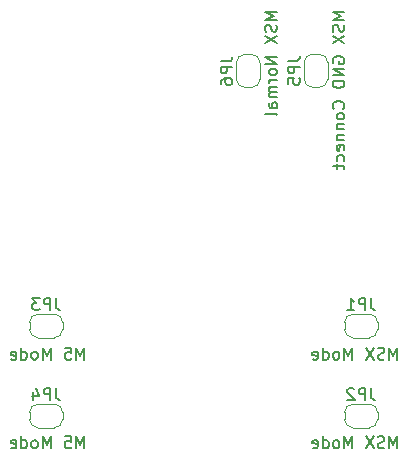
<source format=gbr>
%TF.GenerationSoftware,KiCad,Pcbnew,7.0.10*%
%TF.CreationDate,2024-02-09T22:35:13+09:00*%
%TF.ProjectId,game_pad,67616d65-5f70-4616-942e-6b696361645f,1*%
%TF.SameCoordinates,Original*%
%TF.FileFunction,Legend,Bot*%
%TF.FilePolarity,Positive*%
%FSLAX46Y46*%
G04 Gerber Fmt 4.6, Leading zero omitted, Abs format (unit mm)*
G04 Created by KiCad (PCBNEW 7.0.10) date 2024-02-09 22:35:13*
%MOMM*%
%LPD*%
G01*
G04 APERTURE LIST*
%ADD10C,0.150000*%
%ADD11C,0.120000*%
G04 APERTURE END LIST*
D10*
X94484819Y-77552779D02*
X93484819Y-77552779D01*
X93484819Y-77552779D02*
X94199104Y-77886112D01*
X94199104Y-77886112D02*
X93484819Y-78219445D01*
X93484819Y-78219445D02*
X94484819Y-78219445D01*
X94437200Y-78648017D02*
X94484819Y-78790874D01*
X94484819Y-78790874D02*
X94484819Y-79028969D01*
X94484819Y-79028969D02*
X94437200Y-79124207D01*
X94437200Y-79124207D02*
X94389580Y-79171826D01*
X94389580Y-79171826D02*
X94294342Y-79219445D01*
X94294342Y-79219445D02*
X94199104Y-79219445D01*
X94199104Y-79219445D02*
X94103866Y-79171826D01*
X94103866Y-79171826D02*
X94056247Y-79124207D01*
X94056247Y-79124207D02*
X94008628Y-79028969D01*
X94008628Y-79028969D02*
X93961009Y-78838493D01*
X93961009Y-78838493D02*
X93913390Y-78743255D01*
X93913390Y-78743255D02*
X93865771Y-78695636D01*
X93865771Y-78695636D02*
X93770533Y-78648017D01*
X93770533Y-78648017D02*
X93675295Y-78648017D01*
X93675295Y-78648017D02*
X93580057Y-78695636D01*
X93580057Y-78695636D02*
X93532438Y-78743255D01*
X93532438Y-78743255D02*
X93484819Y-78838493D01*
X93484819Y-78838493D02*
X93484819Y-79076588D01*
X93484819Y-79076588D02*
X93532438Y-79219445D01*
X93484819Y-79552779D02*
X94484819Y-80219445D01*
X93484819Y-80219445D02*
X94484819Y-79552779D01*
X93532438Y-81886112D02*
X93484819Y-81790874D01*
X93484819Y-81790874D02*
X93484819Y-81648017D01*
X93484819Y-81648017D02*
X93532438Y-81505160D01*
X93532438Y-81505160D02*
X93627676Y-81409922D01*
X93627676Y-81409922D02*
X93722914Y-81362303D01*
X93722914Y-81362303D02*
X93913390Y-81314684D01*
X93913390Y-81314684D02*
X94056247Y-81314684D01*
X94056247Y-81314684D02*
X94246723Y-81362303D01*
X94246723Y-81362303D02*
X94341961Y-81409922D01*
X94341961Y-81409922D02*
X94437200Y-81505160D01*
X94437200Y-81505160D02*
X94484819Y-81648017D01*
X94484819Y-81648017D02*
X94484819Y-81743255D01*
X94484819Y-81743255D02*
X94437200Y-81886112D01*
X94437200Y-81886112D02*
X94389580Y-81933731D01*
X94389580Y-81933731D02*
X94056247Y-81933731D01*
X94056247Y-81933731D02*
X94056247Y-81743255D01*
X94484819Y-82362303D02*
X93484819Y-82362303D01*
X93484819Y-82362303D02*
X94484819Y-82933731D01*
X94484819Y-82933731D02*
X93484819Y-82933731D01*
X94484819Y-83409922D02*
X93484819Y-83409922D01*
X93484819Y-83409922D02*
X93484819Y-83648017D01*
X93484819Y-83648017D02*
X93532438Y-83790874D01*
X93532438Y-83790874D02*
X93627676Y-83886112D01*
X93627676Y-83886112D02*
X93722914Y-83933731D01*
X93722914Y-83933731D02*
X93913390Y-83981350D01*
X93913390Y-83981350D02*
X94056247Y-83981350D01*
X94056247Y-83981350D02*
X94246723Y-83933731D01*
X94246723Y-83933731D02*
X94341961Y-83886112D01*
X94341961Y-83886112D02*
X94437200Y-83790874D01*
X94437200Y-83790874D02*
X94484819Y-83648017D01*
X94484819Y-83648017D02*
X94484819Y-83409922D01*
X94389580Y-85743255D02*
X94437200Y-85695636D01*
X94437200Y-85695636D02*
X94484819Y-85552779D01*
X94484819Y-85552779D02*
X94484819Y-85457541D01*
X94484819Y-85457541D02*
X94437200Y-85314684D01*
X94437200Y-85314684D02*
X94341961Y-85219446D01*
X94341961Y-85219446D02*
X94246723Y-85171827D01*
X94246723Y-85171827D02*
X94056247Y-85124208D01*
X94056247Y-85124208D02*
X93913390Y-85124208D01*
X93913390Y-85124208D02*
X93722914Y-85171827D01*
X93722914Y-85171827D02*
X93627676Y-85219446D01*
X93627676Y-85219446D02*
X93532438Y-85314684D01*
X93532438Y-85314684D02*
X93484819Y-85457541D01*
X93484819Y-85457541D02*
X93484819Y-85552779D01*
X93484819Y-85552779D02*
X93532438Y-85695636D01*
X93532438Y-85695636D02*
X93580057Y-85743255D01*
X94484819Y-86314684D02*
X94437200Y-86219446D01*
X94437200Y-86219446D02*
X94389580Y-86171827D01*
X94389580Y-86171827D02*
X94294342Y-86124208D01*
X94294342Y-86124208D02*
X94008628Y-86124208D01*
X94008628Y-86124208D02*
X93913390Y-86171827D01*
X93913390Y-86171827D02*
X93865771Y-86219446D01*
X93865771Y-86219446D02*
X93818152Y-86314684D01*
X93818152Y-86314684D02*
X93818152Y-86457541D01*
X93818152Y-86457541D02*
X93865771Y-86552779D01*
X93865771Y-86552779D02*
X93913390Y-86600398D01*
X93913390Y-86600398D02*
X94008628Y-86648017D01*
X94008628Y-86648017D02*
X94294342Y-86648017D01*
X94294342Y-86648017D02*
X94389580Y-86600398D01*
X94389580Y-86600398D02*
X94437200Y-86552779D01*
X94437200Y-86552779D02*
X94484819Y-86457541D01*
X94484819Y-86457541D02*
X94484819Y-86314684D01*
X93818152Y-87076589D02*
X94484819Y-87076589D01*
X93913390Y-87076589D02*
X93865771Y-87124208D01*
X93865771Y-87124208D02*
X93818152Y-87219446D01*
X93818152Y-87219446D02*
X93818152Y-87362303D01*
X93818152Y-87362303D02*
X93865771Y-87457541D01*
X93865771Y-87457541D02*
X93961009Y-87505160D01*
X93961009Y-87505160D02*
X94484819Y-87505160D01*
X93818152Y-87981351D02*
X94484819Y-87981351D01*
X93913390Y-87981351D02*
X93865771Y-88028970D01*
X93865771Y-88028970D02*
X93818152Y-88124208D01*
X93818152Y-88124208D02*
X93818152Y-88267065D01*
X93818152Y-88267065D02*
X93865771Y-88362303D01*
X93865771Y-88362303D02*
X93961009Y-88409922D01*
X93961009Y-88409922D02*
X94484819Y-88409922D01*
X94437200Y-89267065D02*
X94484819Y-89171827D01*
X94484819Y-89171827D02*
X94484819Y-88981351D01*
X94484819Y-88981351D02*
X94437200Y-88886113D01*
X94437200Y-88886113D02*
X94341961Y-88838494D01*
X94341961Y-88838494D02*
X93961009Y-88838494D01*
X93961009Y-88838494D02*
X93865771Y-88886113D01*
X93865771Y-88886113D02*
X93818152Y-88981351D01*
X93818152Y-88981351D02*
X93818152Y-89171827D01*
X93818152Y-89171827D02*
X93865771Y-89267065D01*
X93865771Y-89267065D02*
X93961009Y-89314684D01*
X93961009Y-89314684D02*
X94056247Y-89314684D01*
X94056247Y-89314684D02*
X94151485Y-88838494D01*
X94437200Y-90171827D02*
X94484819Y-90076589D01*
X94484819Y-90076589D02*
X94484819Y-89886113D01*
X94484819Y-89886113D02*
X94437200Y-89790875D01*
X94437200Y-89790875D02*
X94389580Y-89743256D01*
X94389580Y-89743256D02*
X94294342Y-89695637D01*
X94294342Y-89695637D02*
X94008628Y-89695637D01*
X94008628Y-89695637D02*
X93913390Y-89743256D01*
X93913390Y-89743256D02*
X93865771Y-89790875D01*
X93865771Y-89790875D02*
X93818152Y-89886113D01*
X93818152Y-89886113D02*
X93818152Y-90076589D01*
X93818152Y-90076589D02*
X93865771Y-90171827D01*
X93818152Y-90457542D02*
X93818152Y-90838494D01*
X93484819Y-90600399D02*
X94341961Y-90600399D01*
X94341961Y-90600399D02*
X94437200Y-90648018D01*
X94437200Y-90648018D02*
X94484819Y-90743256D01*
X94484819Y-90743256D02*
X94484819Y-90838494D01*
X98963220Y-114489819D02*
X98963220Y-113489819D01*
X98963220Y-113489819D02*
X98629887Y-114204104D01*
X98629887Y-114204104D02*
X98296554Y-113489819D01*
X98296554Y-113489819D02*
X98296554Y-114489819D01*
X97867982Y-114442200D02*
X97725125Y-114489819D01*
X97725125Y-114489819D02*
X97487030Y-114489819D01*
X97487030Y-114489819D02*
X97391792Y-114442200D01*
X97391792Y-114442200D02*
X97344173Y-114394580D01*
X97344173Y-114394580D02*
X97296554Y-114299342D01*
X97296554Y-114299342D02*
X97296554Y-114204104D01*
X97296554Y-114204104D02*
X97344173Y-114108866D01*
X97344173Y-114108866D02*
X97391792Y-114061247D01*
X97391792Y-114061247D02*
X97487030Y-114013628D01*
X97487030Y-114013628D02*
X97677506Y-113966009D01*
X97677506Y-113966009D02*
X97772744Y-113918390D01*
X97772744Y-113918390D02*
X97820363Y-113870771D01*
X97820363Y-113870771D02*
X97867982Y-113775533D01*
X97867982Y-113775533D02*
X97867982Y-113680295D01*
X97867982Y-113680295D02*
X97820363Y-113585057D01*
X97820363Y-113585057D02*
X97772744Y-113537438D01*
X97772744Y-113537438D02*
X97677506Y-113489819D01*
X97677506Y-113489819D02*
X97439411Y-113489819D01*
X97439411Y-113489819D02*
X97296554Y-113537438D01*
X96963220Y-113489819D02*
X96296554Y-114489819D01*
X96296554Y-113489819D02*
X96963220Y-114489819D01*
X95153696Y-114489819D02*
X95153696Y-113489819D01*
X95153696Y-113489819D02*
X94820363Y-114204104D01*
X94820363Y-114204104D02*
X94487030Y-113489819D01*
X94487030Y-113489819D02*
X94487030Y-114489819D01*
X93867982Y-114489819D02*
X93963220Y-114442200D01*
X93963220Y-114442200D02*
X94010839Y-114394580D01*
X94010839Y-114394580D02*
X94058458Y-114299342D01*
X94058458Y-114299342D02*
X94058458Y-114013628D01*
X94058458Y-114013628D02*
X94010839Y-113918390D01*
X94010839Y-113918390D02*
X93963220Y-113870771D01*
X93963220Y-113870771D02*
X93867982Y-113823152D01*
X93867982Y-113823152D02*
X93725125Y-113823152D01*
X93725125Y-113823152D02*
X93629887Y-113870771D01*
X93629887Y-113870771D02*
X93582268Y-113918390D01*
X93582268Y-113918390D02*
X93534649Y-114013628D01*
X93534649Y-114013628D02*
X93534649Y-114299342D01*
X93534649Y-114299342D02*
X93582268Y-114394580D01*
X93582268Y-114394580D02*
X93629887Y-114442200D01*
X93629887Y-114442200D02*
X93725125Y-114489819D01*
X93725125Y-114489819D02*
X93867982Y-114489819D01*
X92677506Y-114489819D02*
X92677506Y-113489819D01*
X92677506Y-114442200D02*
X92772744Y-114489819D01*
X92772744Y-114489819D02*
X92963220Y-114489819D01*
X92963220Y-114489819D02*
X93058458Y-114442200D01*
X93058458Y-114442200D02*
X93106077Y-114394580D01*
X93106077Y-114394580D02*
X93153696Y-114299342D01*
X93153696Y-114299342D02*
X93153696Y-114013628D01*
X93153696Y-114013628D02*
X93106077Y-113918390D01*
X93106077Y-113918390D02*
X93058458Y-113870771D01*
X93058458Y-113870771D02*
X92963220Y-113823152D01*
X92963220Y-113823152D02*
X92772744Y-113823152D01*
X92772744Y-113823152D02*
X92677506Y-113870771D01*
X91820363Y-114442200D02*
X91915601Y-114489819D01*
X91915601Y-114489819D02*
X92106077Y-114489819D01*
X92106077Y-114489819D02*
X92201315Y-114442200D01*
X92201315Y-114442200D02*
X92248934Y-114346961D01*
X92248934Y-114346961D02*
X92248934Y-113966009D01*
X92248934Y-113966009D02*
X92201315Y-113870771D01*
X92201315Y-113870771D02*
X92106077Y-113823152D01*
X92106077Y-113823152D02*
X91915601Y-113823152D01*
X91915601Y-113823152D02*
X91820363Y-113870771D01*
X91820363Y-113870771D02*
X91772744Y-113966009D01*
X91772744Y-113966009D02*
X91772744Y-114061247D01*
X91772744Y-114061247D02*
X92248934Y-114156485D01*
X72463220Y-114489819D02*
X72463220Y-113489819D01*
X72463220Y-113489819D02*
X72129887Y-114204104D01*
X72129887Y-114204104D02*
X71796554Y-113489819D01*
X71796554Y-113489819D02*
X71796554Y-114489819D01*
X70844173Y-113489819D02*
X71320363Y-113489819D01*
X71320363Y-113489819D02*
X71367982Y-113966009D01*
X71367982Y-113966009D02*
X71320363Y-113918390D01*
X71320363Y-113918390D02*
X71225125Y-113870771D01*
X71225125Y-113870771D02*
X70987030Y-113870771D01*
X70987030Y-113870771D02*
X70891792Y-113918390D01*
X70891792Y-113918390D02*
X70844173Y-113966009D01*
X70844173Y-113966009D02*
X70796554Y-114061247D01*
X70796554Y-114061247D02*
X70796554Y-114299342D01*
X70796554Y-114299342D02*
X70844173Y-114394580D01*
X70844173Y-114394580D02*
X70891792Y-114442200D01*
X70891792Y-114442200D02*
X70987030Y-114489819D01*
X70987030Y-114489819D02*
X71225125Y-114489819D01*
X71225125Y-114489819D02*
X71320363Y-114442200D01*
X71320363Y-114442200D02*
X71367982Y-114394580D01*
X69606077Y-114489819D02*
X69606077Y-113489819D01*
X69606077Y-113489819D02*
X69272744Y-114204104D01*
X69272744Y-114204104D02*
X68939411Y-113489819D01*
X68939411Y-113489819D02*
X68939411Y-114489819D01*
X68320363Y-114489819D02*
X68415601Y-114442200D01*
X68415601Y-114442200D02*
X68463220Y-114394580D01*
X68463220Y-114394580D02*
X68510839Y-114299342D01*
X68510839Y-114299342D02*
X68510839Y-114013628D01*
X68510839Y-114013628D02*
X68463220Y-113918390D01*
X68463220Y-113918390D02*
X68415601Y-113870771D01*
X68415601Y-113870771D02*
X68320363Y-113823152D01*
X68320363Y-113823152D02*
X68177506Y-113823152D01*
X68177506Y-113823152D02*
X68082268Y-113870771D01*
X68082268Y-113870771D02*
X68034649Y-113918390D01*
X68034649Y-113918390D02*
X67987030Y-114013628D01*
X67987030Y-114013628D02*
X67987030Y-114299342D01*
X67987030Y-114299342D02*
X68034649Y-114394580D01*
X68034649Y-114394580D02*
X68082268Y-114442200D01*
X68082268Y-114442200D02*
X68177506Y-114489819D01*
X68177506Y-114489819D02*
X68320363Y-114489819D01*
X67129887Y-114489819D02*
X67129887Y-113489819D01*
X67129887Y-114442200D02*
X67225125Y-114489819D01*
X67225125Y-114489819D02*
X67415601Y-114489819D01*
X67415601Y-114489819D02*
X67510839Y-114442200D01*
X67510839Y-114442200D02*
X67558458Y-114394580D01*
X67558458Y-114394580D02*
X67606077Y-114299342D01*
X67606077Y-114299342D02*
X67606077Y-114013628D01*
X67606077Y-114013628D02*
X67558458Y-113918390D01*
X67558458Y-113918390D02*
X67510839Y-113870771D01*
X67510839Y-113870771D02*
X67415601Y-113823152D01*
X67415601Y-113823152D02*
X67225125Y-113823152D01*
X67225125Y-113823152D02*
X67129887Y-113870771D01*
X66272744Y-114442200D02*
X66367982Y-114489819D01*
X66367982Y-114489819D02*
X66558458Y-114489819D01*
X66558458Y-114489819D02*
X66653696Y-114442200D01*
X66653696Y-114442200D02*
X66701315Y-114346961D01*
X66701315Y-114346961D02*
X66701315Y-113966009D01*
X66701315Y-113966009D02*
X66653696Y-113870771D01*
X66653696Y-113870771D02*
X66558458Y-113823152D01*
X66558458Y-113823152D02*
X66367982Y-113823152D01*
X66367982Y-113823152D02*
X66272744Y-113870771D01*
X66272744Y-113870771D02*
X66225125Y-113966009D01*
X66225125Y-113966009D02*
X66225125Y-114061247D01*
X66225125Y-114061247D02*
X66701315Y-114156485D01*
X88769819Y-77552779D02*
X87769819Y-77552779D01*
X87769819Y-77552779D02*
X88484104Y-77886112D01*
X88484104Y-77886112D02*
X87769819Y-78219445D01*
X87769819Y-78219445D02*
X88769819Y-78219445D01*
X88722200Y-78648017D02*
X88769819Y-78790874D01*
X88769819Y-78790874D02*
X88769819Y-79028969D01*
X88769819Y-79028969D02*
X88722200Y-79124207D01*
X88722200Y-79124207D02*
X88674580Y-79171826D01*
X88674580Y-79171826D02*
X88579342Y-79219445D01*
X88579342Y-79219445D02*
X88484104Y-79219445D01*
X88484104Y-79219445D02*
X88388866Y-79171826D01*
X88388866Y-79171826D02*
X88341247Y-79124207D01*
X88341247Y-79124207D02*
X88293628Y-79028969D01*
X88293628Y-79028969D02*
X88246009Y-78838493D01*
X88246009Y-78838493D02*
X88198390Y-78743255D01*
X88198390Y-78743255D02*
X88150771Y-78695636D01*
X88150771Y-78695636D02*
X88055533Y-78648017D01*
X88055533Y-78648017D02*
X87960295Y-78648017D01*
X87960295Y-78648017D02*
X87865057Y-78695636D01*
X87865057Y-78695636D02*
X87817438Y-78743255D01*
X87817438Y-78743255D02*
X87769819Y-78838493D01*
X87769819Y-78838493D02*
X87769819Y-79076588D01*
X87769819Y-79076588D02*
X87817438Y-79219445D01*
X87769819Y-79552779D02*
X88769819Y-80219445D01*
X87769819Y-80219445D02*
X88769819Y-79552779D01*
X88769819Y-81362303D02*
X87769819Y-81362303D01*
X87769819Y-81362303D02*
X88769819Y-81933731D01*
X88769819Y-81933731D02*
X87769819Y-81933731D01*
X88769819Y-82552779D02*
X88722200Y-82457541D01*
X88722200Y-82457541D02*
X88674580Y-82409922D01*
X88674580Y-82409922D02*
X88579342Y-82362303D01*
X88579342Y-82362303D02*
X88293628Y-82362303D01*
X88293628Y-82362303D02*
X88198390Y-82409922D01*
X88198390Y-82409922D02*
X88150771Y-82457541D01*
X88150771Y-82457541D02*
X88103152Y-82552779D01*
X88103152Y-82552779D02*
X88103152Y-82695636D01*
X88103152Y-82695636D02*
X88150771Y-82790874D01*
X88150771Y-82790874D02*
X88198390Y-82838493D01*
X88198390Y-82838493D02*
X88293628Y-82886112D01*
X88293628Y-82886112D02*
X88579342Y-82886112D01*
X88579342Y-82886112D02*
X88674580Y-82838493D01*
X88674580Y-82838493D02*
X88722200Y-82790874D01*
X88722200Y-82790874D02*
X88769819Y-82695636D01*
X88769819Y-82695636D02*
X88769819Y-82552779D01*
X88769819Y-83314684D02*
X88103152Y-83314684D01*
X88293628Y-83314684D02*
X88198390Y-83362303D01*
X88198390Y-83362303D02*
X88150771Y-83409922D01*
X88150771Y-83409922D02*
X88103152Y-83505160D01*
X88103152Y-83505160D02*
X88103152Y-83600398D01*
X88769819Y-83933732D02*
X88103152Y-83933732D01*
X88198390Y-83933732D02*
X88150771Y-83981351D01*
X88150771Y-83981351D02*
X88103152Y-84076589D01*
X88103152Y-84076589D02*
X88103152Y-84219446D01*
X88103152Y-84219446D02*
X88150771Y-84314684D01*
X88150771Y-84314684D02*
X88246009Y-84362303D01*
X88246009Y-84362303D02*
X88769819Y-84362303D01*
X88246009Y-84362303D02*
X88150771Y-84409922D01*
X88150771Y-84409922D02*
X88103152Y-84505160D01*
X88103152Y-84505160D02*
X88103152Y-84648017D01*
X88103152Y-84648017D02*
X88150771Y-84743256D01*
X88150771Y-84743256D02*
X88246009Y-84790875D01*
X88246009Y-84790875D02*
X88769819Y-84790875D01*
X88769819Y-85695636D02*
X88246009Y-85695636D01*
X88246009Y-85695636D02*
X88150771Y-85648017D01*
X88150771Y-85648017D02*
X88103152Y-85552779D01*
X88103152Y-85552779D02*
X88103152Y-85362303D01*
X88103152Y-85362303D02*
X88150771Y-85267065D01*
X88722200Y-85695636D02*
X88769819Y-85600398D01*
X88769819Y-85600398D02*
X88769819Y-85362303D01*
X88769819Y-85362303D02*
X88722200Y-85267065D01*
X88722200Y-85267065D02*
X88626961Y-85219446D01*
X88626961Y-85219446D02*
X88531723Y-85219446D01*
X88531723Y-85219446D02*
X88436485Y-85267065D01*
X88436485Y-85267065D02*
X88388866Y-85362303D01*
X88388866Y-85362303D02*
X88388866Y-85600398D01*
X88388866Y-85600398D02*
X88341247Y-85695636D01*
X88769819Y-86314684D02*
X88722200Y-86219446D01*
X88722200Y-86219446D02*
X88626961Y-86171827D01*
X88626961Y-86171827D02*
X87769819Y-86171827D01*
X72463220Y-106989819D02*
X72463220Y-105989819D01*
X72463220Y-105989819D02*
X72129887Y-106704104D01*
X72129887Y-106704104D02*
X71796554Y-105989819D01*
X71796554Y-105989819D02*
X71796554Y-106989819D01*
X70844173Y-105989819D02*
X71320363Y-105989819D01*
X71320363Y-105989819D02*
X71367982Y-106466009D01*
X71367982Y-106466009D02*
X71320363Y-106418390D01*
X71320363Y-106418390D02*
X71225125Y-106370771D01*
X71225125Y-106370771D02*
X70987030Y-106370771D01*
X70987030Y-106370771D02*
X70891792Y-106418390D01*
X70891792Y-106418390D02*
X70844173Y-106466009D01*
X70844173Y-106466009D02*
X70796554Y-106561247D01*
X70796554Y-106561247D02*
X70796554Y-106799342D01*
X70796554Y-106799342D02*
X70844173Y-106894580D01*
X70844173Y-106894580D02*
X70891792Y-106942200D01*
X70891792Y-106942200D02*
X70987030Y-106989819D01*
X70987030Y-106989819D02*
X71225125Y-106989819D01*
X71225125Y-106989819D02*
X71320363Y-106942200D01*
X71320363Y-106942200D02*
X71367982Y-106894580D01*
X69606077Y-106989819D02*
X69606077Y-105989819D01*
X69606077Y-105989819D02*
X69272744Y-106704104D01*
X69272744Y-106704104D02*
X68939411Y-105989819D01*
X68939411Y-105989819D02*
X68939411Y-106989819D01*
X68320363Y-106989819D02*
X68415601Y-106942200D01*
X68415601Y-106942200D02*
X68463220Y-106894580D01*
X68463220Y-106894580D02*
X68510839Y-106799342D01*
X68510839Y-106799342D02*
X68510839Y-106513628D01*
X68510839Y-106513628D02*
X68463220Y-106418390D01*
X68463220Y-106418390D02*
X68415601Y-106370771D01*
X68415601Y-106370771D02*
X68320363Y-106323152D01*
X68320363Y-106323152D02*
X68177506Y-106323152D01*
X68177506Y-106323152D02*
X68082268Y-106370771D01*
X68082268Y-106370771D02*
X68034649Y-106418390D01*
X68034649Y-106418390D02*
X67987030Y-106513628D01*
X67987030Y-106513628D02*
X67987030Y-106799342D01*
X67987030Y-106799342D02*
X68034649Y-106894580D01*
X68034649Y-106894580D02*
X68082268Y-106942200D01*
X68082268Y-106942200D02*
X68177506Y-106989819D01*
X68177506Y-106989819D02*
X68320363Y-106989819D01*
X67129887Y-106989819D02*
X67129887Y-105989819D01*
X67129887Y-106942200D02*
X67225125Y-106989819D01*
X67225125Y-106989819D02*
X67415601Y-106989819D01*
X67415601Y-106989819D02*
X67510839Y-106942200D01*
X67510839Y-106942200D02*
X67558458Y-106894580D01*
X67558458Y-106894580D02*
X67606077Y-106799342D01*
X67606077Y-106799342D02*
X67606077Y-106513628D01*
X67606077Y-106513628D02*
X67558458Y-106418390D01*
X67558458Y-106418390D02*
X67510839Y-106370771D01*
X67510839Y-106370771D02*
X67415601Y-106323152D01*
X67415601Y-106323152D02*
X67225125Y-106323152D01*
X67225125Y-106323152D02*
X67129887Y-106370771D01*
X66272744Y-106942200D02*
X66367982Y-106989819D01*
X66367982Y-106989819D02*
X66558458Y-106989819D01*
X66558458Y-106989819D02*
X66653696Y-106942200D01*
X66653696Y-106942200D02*
X66701315Y-106846961D01*
X66701315Y-106846961D02*
X66701315Y-106466009D01*
X66701315Y-106466009D02*
X66653696Y-106370771D01*
X66653696Y-106370771D02*
X66558458Y-106323152D01*
X66558458Y-106323152D02*
X66367982Y-106323152D01*
X66367982Y-106323152D02*
X66272744Y-106370771D01*
X66272744Y-106370771D02*
X66225125Y-106466009D01*
X66225125Y-106466009D02*
X66225125Y-106561247D01*
X66225125Y-106561247D02*
X66701315Y-106656485D01*
X98963220Y-106989819D02*
X98963220Y-105989819D01*
X98963220Y-105989819D02*
X98629887Y-106704104D01*
X98629887Y-106704104D02*
X98296554Y-105989819D01*
X98296554Y-105989819D02*
X98296554Y-106989819D01*
X97867982Y-106942200D02*
X97725125Y-106989819D01*
X97725125Y-106989819D02*
X97487030Y-106989819D01*
X97487030Y-106989819D02*
X97391792Y-106942200D01*
X97391792Y-106942200D02*
X97344173Y-106894580D01*
X97344173Y-106894580D02*
X97296554Y-106799342D01*
X97296554Y-106799342D02*
X97296554Y-106704104D01*
X97296554Y-106704104D02*
X97344173Y-106608866D01*
X97344173Y-106608866D02*
X97391792Y-106561247D01*
X97391792Y-106561247D02*
X97487030Y-106513628D01*
X97487030Y-106513628D02*
X97677506Y-106466009D01*
X97677506Y-106466009D02*
X97772744Y-106418390D01*
X97772744Y-106418390D02*
X97820363Y-106370771D01*
X97820363Y-106370771D02*
X97867982Y-106275533D01*
X97867982Y-106275533D02*
X97867982Y-106180295D01*
X97867982Y-106180295D02*
X97820363Y-106085057D01*
X97820363Y-106085057D02*
X97772744Y-106037438D01*
X97772744Y-106037438D02*
X97677506Y-105989819D01*
X97677506Y-105989819D02*
X97439411Y-105989819D01*
X97439411Y-105989819D02*
X97296554Y-106037438D01*
X96963220Y-105989819D02*
X96296554Y-106989819D01*
X96296554Y-105989819D02*
X96963220Y-106989819D01*
X95153696Y-106989819D02*
X95153696Y-105989819D01*
X95153696Y-105989819D02*
X94820363Y-106704104D01*
X94820363Y-106704104D02*
X94487030Y-105989819D01*
X94487030Y-105989819D02*
X94487030Y-106989819D01*
X93867982Y-106989819D02*
X93963220Y-106942200D01*
X93963220Y-106942200D02*
X94010839Y-106894580D01*
X94010839Y-106894580D02*
X94058458Y-106799342D01*
X94058458Y-106799342D02*
X94058458Y-106513628D01*
X94058458Y-106513628D02*
X94010839Y-106418390D01*
X94010839Y-106418390D02*
X93963220Y-106370771D01*
X93963220Y-106370771D02*
X93867982Y-106323152D01*
X93867982Y-106323152D02*
X93725125Y-106323152D01*
X93725125Y-106323152D02*
X93629887Y-106370771D01*
X93629887Y-106370771D02*
X93582268Y-106418390D01*
X93582268Y-106418390D02*
X93534649Y-106513628D01*
X93534649Y-106513628D02*
X93534649Y-106799342D01*
X93534649Y-106799342D02*
X93582268Y-106894580D01*
X93582268Y-106894580D02*
X93629887Y-106942200D01*
X93629887Y-106942200D02*
X93725125Y-106989819D01*
X93725125Y-106989819D02*
X93867982Y-106989819D01*
X92677506Y-106989819D02*
X92677506Y-105989819D01*
X92677506Y-106942200D02*
X92772744Y-106989819D01*
X92772744Y-106989819D02*
X92963220Y-106989819D01*
X92963220Y-106989819D02*
X93058458Y-106942200D01*
X93058458Y-106942200D02*
X93106077Y-106894580D01*
X93106077Y-106894580D02*
X93153696Y-106799342D01*
X93153696Y-106799342D02*
X93153696Y-106513628D01*
X93153696Y-106513628D02*
X93106077Y-106418390D01*
X93106077Y-106418390D02*
X93058458Y-106370771D01*
X93058458Y-106370771D02*
X92963220Y-106323152D01*
X92963220Y-106323152D02*
X92772744Y-106323152D01*
X92772744Y-106323152D02*
X92677506Y-106370771D01*
X91820363Y-106942200D02*
X91915601Y-106989819D01*
X91915601Y-106989819D02*
X92106077Y-106989819D01*
X92106077Y-106989819D02*
X92201315Y-106942200D01*
X92201315Y-106942200D02*
X92248934Y-106846961D01*
X92248934Y-106846961D02*
X92248934Y-106466009D01*
X92248934Y-106466009D02*
X92201315Y-106370771D01*
X92201315Y-106370771D02*
X92106077Y-106323152D01*
X92106077Y-106323152D02*
X91915601Y-106323152D01*
X91915601Y-106323152D02*
X91820363Y-106370771D01*
X91820363Y-106370771D02*
X91772744Y-106466009D01*
X91772744Y-106466009D02*
X91772744Y-106561247D01*
X91772744Y-106561247D02*
X92248934Y-106656485D01*
X83999819Y-81716666D02*
X84714104Y-81716666D01*
X84714104Y-81716666D02*
X84856961Y-81669047D01*
X84856961Y-81669047D02*
X84952200Y-81573809D01*
X84952200Y-81573809D02*
X84999819Y-81430952D01*
X84999819Y-81430952D02*
X84999819Y-81335714D01*
X84999819Y-82192857D02*
X83999819Y-82192857D01*
X83999819Y-82192857D02*
X83999819Y-82573809D01*
X83999819Y-82573809D02*
X84047438Y-82669047D01*
X84047438Y-82669047D02*
X84095057Y-82716666D01*
X84095057Y-82716666D02*
X84190295Y-82764285D01*
X84190295Y-82764285D02*
X84333152Y-82764285D01*
X84333152Y-82764285D02*
X84428390Y-82716666D01*
X84428390Y-82716666D02*
X84476009Y-82669047D01*
X84476009Y-82669047D02*
X84523628Y-82573809D01*
X84523628Y-82573809D02*
X84523628Y-82192857D01*
X83999819Y-83621428D02*
X83999819Y-83430952D01*
X83999819Y-83430952D02*
X84047438Y-83335714D01*
X84047438Y-83335714D02*
X84095057Y-83288095D01*
X84095057Y-83288095D02*
X84237914Y-83192857D01*
X84237914Y-83192857D02*
X84428390Y-83145238D01*
X84428390Y-83145238D02*
X84809342Y-83145238D01*
X84809342Y-83145238D02*
X84904580Y-83192857D01*
X84904580Y-83192857D02*
X84952200Y-83240476D01*
X84952200Y-83240476D02*
X84999819Y-83335714D01*
X84999819Y-83335714D02*
X84999819Y-83526190D01*
X84999819Y-83526190D02*
X84952200Y-83621428D01*
X84952200Y-83621428D02*
X84904580Y-83669047D01*
X84904580Y-83669047D02*
X84809342Y-83716666D01*
X84809342Y-83716666D02*
X84571247Y-83716666D01*
X84571247Y-83716666D02*
X84476009Y-83669047D01*
X84476009Y-83669047D02*
X84428390Y-83621428D01*
X84428390Y-83621428D02*
X84380771Y-83526190D01*
X84380771Y-83526190D02*
X84380771Y-83335714D01*
X84380771Y-83335714D02*
X84428390Y-83240476D01*
X84428390Y-83240476D02*
X84476009Y-83192857D01*
X84476009Y-83192857D02*
X84571247Y-83145238D01*
X70063333Y-101794819D02*
X70063333Y-102509104D01*
X70063333Y-102509104D02*
X70110952Y-102651961D01*
X70110952Y-102651961D02*
X70206190Y-102747200D01*
X70206190Y-102747200D02*
X70349047Y-102794819D01*
X70349047Y-102794819D02*
X70444285Y-102794819D01*
X69587142Y-102794819D02*
X69587142Y-101794819D01*
X69587142Y-101794819D02*
X69206190Y-101794819D01*
X69206190Y-101794819D02*
X69110952Y-101842438D01*
X69110952Y-101842438D02*
X69063333Y-101890057D01*
X69063333Y-101890057D02*
X69015714Y-101985295D01*
X69015714Y-101985295D02*
X69015714Y-102128152D01*
X69015714Y-102128152D02*
X69063333Y-102223390D01*
X69063333Y-102223390D02*
X69110952Y-102271009D01*
X69110952Y-102271009D02*
X69206190Y-102318628D01*
X69206190Y-102318628D02*
X69587142Y-102318628D01*
X68682380Y-101794819D02*
X68063333Y-101794819D01*
X68063333Y-101794819D02*
X68396666Y-102175771D01*
X68396666Y-102175771D02*
X68253809Y-102175771D01*
X68253809Y-102175771D02*
X68158571Y-102223390D01*
X68158571Y-102223390D02*
X68110952Y-102271009D01*
X68110952Y-102271009D02*
X68063333Y-102366247D01*
X68063333Y-102366247D02*
X68063333Y-102604342D01*
X68063333Y-102604342D02*
X68110952Y-102699580D01*
X68110952Y-102699580D02*
X68158571Y-102747200D01*
X68158571Y-102747200D02*
X68253809Y-102794819D01*
X68253809Y-102794819D02*
X68539523Y-102794819D01*
X68539523Y-102794819D02*
X68634761Y-102747200D01*
X68634761Y-102747200D02*
X68682380Y-102699580D01*
X96733333Y-101794819D02*
X96733333Y-102509104D01*
X96733333Y-102509104D02*
X96780952Y-102651961D01*
X96780952Y-102651961D02*
X96876190Y-102747200D01*
X96876190Y-102747200D02*
X97019047Y-102794819D01*
X97019047Y-102794819D02*
X97114285Y-102794819D01*
X96257142Y-102794819D02*
X96257142Y-101794819D01*
X96257142Y-101794819D02*
X95876190Y-101794819D01*
X95876190Y-101794819D02*
X95780952Y-101842438D01*
X95780952Y-101842438D02*
X95733333Y-101890057D01*
X95733333Y-101890057D02*
X95685714Y-101985295D01*
X95685714Y-101985295D02*
X95685714Y-102128152D01*
X95685714Y-102128152D02*
X95733333Y-102223390D01*
X95733333Y-102223390D02*
X95780952Y-102271009D01*
X95780952Y-102271009D02*
X95876190Y-102318628D01*
X95876190Y-102318628D02*
X96257142Y-102318628D01*
X94733333Y-102794819D02*
X95304761Y-102794819D01*
X95019047Y-102794819D02*
X95019047Y-101794819D01*
X95019047Y-101794819D02*
X95114285Y-101937676D01*
X95114285Y-101937676D02*
X95209523Y-102032914D01*
X95209523Y-102032914D02*
X95304761Y-102080533D01*
X89729819Y-81701666D02*
X90444104Y-81701666D01*
X90444104Y-81701666D02*
X90586961Y-81654047D01*
X90586961Y-81654047D02*
X90682200Y-81558809D01*
X90682200Y-81558809D02*
X90729819Y-81415952D01*
X90729819Y-81415952D02*
X90729819Y-81320714D01*
X90729819Y-82177857D02*
X89729819Y-82177857D01*
X89729819Y-82177857D02*
X89729819Y-82558809D01*
X89729819Y-82558809D02*
X89777438Y-82654047D01*
X89777438Y-82654047D02*
X89825057Y-82701666D01*
X89825057Y-82701666D02*
X89920295Y-82749285D01*
X89920295Y-82749285D02*
X90063152Y-82749285D01*
X90063152Y-82749285D02*
X90158390Y-82701666D01*
X90158390Y-82701666D02*
X90206009Y-82654047D01*
X90206009Y-82654047D02*
X90253628Y-82558809D01*
X90253628Y-82558809D02*
X90253628Y-82177857D01*
X89729819Y-83654047D02*
X89729819Y-83177857D01*
X89729819Y-83177857D02*
X90206009Y-83130238D01*
X90206009Y-83130238D02*
X90158390Y-83177857D01*
X90158390Y-83177857D02*
X90110771Y-83273095D01*
X90110771Y-83273095D02*
X90110771Y-83511190D01*
X90110771Y-83511190D02*
X90158390Y-83606428D01*
X90158390Y-83606428D02*
X90206009Y-83654047D01*
X90206009Y-83654047D02*
X90301247Y-83701666D01*
X90301247Y-83701666D02*
X90539342Y-83701666D01*
X90539342Y-83701666D02*
X90634580Y-83654047D01*
X90634580Y-83654047D02*
X90682200Y-83606428D01*
X90682200Y-83606428D02*
X90729819Y-83511190D01*
X90729819Y-83511190D02*
X90729819Y-83273095D01*
X90729819Y-83273095D02*
X90682200Y-83177857D01*
X90682200Y-83177857D02*
X90634580Y-83130238D01*
X96733333Y-109414819D02*
X96733333Y-110129104D01*
X96733333Y-110129104D02*
X96780952Y-110271961D01*
X96780952Y-110271961D02*
X96876190Y-110367200D01*
X96876190Y-110367200D02*
X97019047Y-110414819D01*
X97019047Y-110414819D02*
X97114285Y-110414819D01*
X96257142Y-110414819D02*
X96257142Y-109414819D01*
X96257142Y-109414819D02*
X95876190Y-109414819D01*
X95876190Y-109414819D02*
X95780952Y-109462438D01*
X95780952Y-109462438D02*
X95733333Y-109510057D01*
X95733333Y-109510057D02*
X95685714Y-109605295D01*
X95685714Y-109605295D02*
X95685714Y-109748152D01*
X95685714Y-109748152D02*
X95733333Y-109843390D01*
X95733333Y-109843390D02*
X95780952Y-109891009D01*
X95780952Y-109891009D02*
X95876190Y-109938628D01*
X95876190Y-109938628D02*
X96257142Y-109938628D01*
X95304761Y-109510057D02*
X95257142Y-109462438D01*
X95257142Y-109462438D02*
X95161904Y-109414819D01*
X95161904Y-109414819D02*
X94923809Y-109414819D01*
X94923809Y-109414819D02*
X94828571Y-109462438D01*
X94828571Y-109462438D02*
X94780952Y-109510057D01*
X94780952Y-109510057D02*
X94733333Y-109605295D01*
X94733333Y-109605295D02*
X94733333Y-109700533D01*
X94733333Y-109700533D02*
X94780952Y-109843390D01*
X94780952Y-109843390D02*
X95352380Y-110414819D01*
X95352380Y-110414819D02*
X94733333Y-110414819D01*
X70063333Y-109414819D02*
X70063333Y-110129104D01*
X70063333Y-110129104D02*
X70110952Y-110271961D01*
X70110952Y-110271961D02*
X70206190Y-110367200D01*
X70206190Y-110367200D02*
X70349047Y-110414819D01*
X70349047Y-110414819D02*
X70444285Y-110414819D01*
X69587142Y-110414819D02*
X69587142Y-109414819D01*
X69587142Y-109414819D02*
X69206190Y-109414819D01*
X69206190Y-109414819D02*
X69110952Y-109462438D01*
X69110952Y-109462438D02*
X69063333Y-109510057D01*
X69063333Y-109510057D02*
X69015714Y-109605295D01*
X69015714Y-109605295D02*
X69015714Y-109748152D01*
X69015714Y-109748152D02*
X69063333Y-109843390D01*
X69063333Y-109843390D02*
X69110952Y-109891009D01*
X69110952Y-109891009D02*
X69206190Y-109938628D01*
X69206190Y-109938628D02*
X69587142Y-109938628D01*
X68158571Y-109748152D02*
X68158571Y-110414819D01*
X68396666Y-109367200D02*
X68634761Y-110081485D01*
X68634761Y-110081485D02*
X68015714Y-110081485D01*
D11*
%TO.C,JP6*%
X86645000Y-81150000D02*
X86045000Y-81150000D01*
X85345000Y-81850000D02*
X85345000Y-83250000D01*
X87345000Y-83250000D02*
X87345000Y-81850000D01*
X86045000Y-83950000D02*
X86645000Y-83950000D01*
X87345000Y-81850000D02*
G75*
G03*
X86645000Y-81150000I-699999J1D01*
G01*
X86045000Y-81150000D02*
G75*
G03*
X85345000Y-81850000I-1J-699999D01*
G01*
X86645000Y-83950000D02*
G75*
G03*
X87345000Y-83250000I0J700000D01*
G01*
X85345000Y-83250000D02*
G75*
G03*
X86045000Y-83950000I700000J0D01*
G01*
%TO.C,JP3*%
X70630000Y-104440000D02*
X70630000Y-103840000D01*
X69930000Y-103140000D02*
X68530000Y-103140000D01*
X68530000Y-105140000D02*
X69930000Y-105140000D01*
X67830000Y-103840000D02*
X67830000Y-104440000D01*
X69930000Y-105140000D02*
G75*
G03*
X70630000Y-104440000I1J699999D01*
G01*
X70630000Y-103840000D02*
G75*
G03*
X69930000Y-103140000I-699999J1D01*
G01*
X67830000Y-104440000D02*
G75*
G03*
X68530000Y-105140000I700000J0D01*
G01*
X68530000Y-103140000D02*
G75*
G03*
X67830000Y-103840000I0J-700000D01*
G01*
%TO.C,JP1*%
X97300000Y-104440000D02*
X97300000Y-103840000D01*
X96600000Y-103140000D02*
X95200000Y-103140000D01*
X95200000Y-105140000D02*
X96600000Y-105140000D01*
X94500000Y-103840000D02*
X94500000Y-104440000D01*
X96600000Y-105140000D02*
G75*
G03*
X97300000Y-104440000I1J699999D01*
G01*
X97300000Y-103840000D02*
G75*
G03*
X96600000Y-103140000I-699999J1D01*
G01*
X94500000Y-104440000D02*
G75*
G03*
X95200000Y-105140000I700000J0D01*
G01*
X95200000Y-103140000D02*
G75*
G03*
X94500000Y-103840000I0J-700000D01*
G01*
%TO.C,JP5*%
X92375000Y-81135000D02*
X91775000Y-81135000D01*
X91075000Y-81835000D02*
X91075000Y-83235000D01*
X93075000Y-83235000D02*
X93075000Y-81835000D01*
X91775000Y-83935000D02*
X92375000Y-83935000D01*
X93075000Y-81835000D02*
G75*
G03*
X92375000Y-81135000I-699999J1D01*
G01*
X91775000Y-81135000D02*
G75*
G03*
X91075000Y-81835000I-1J-699999D01*
G01*
X92375000Y-83935000D02*
G75*
G03*
X93075000Y-83235000I0J700000D01*
G01*
X91075000Y-83235000D02*
G75*
G03*
X91775000Y-83935000I700000J0D01*
G01*
%TO.C,JP2*%
X97300000Y-112060000D02*
X97300000Y-111460000D01*
X96600000Y-110760000D02*
X95200000Y-110760000D01*
X95200000Y-112760000D02*
X96600000Y-112760000D01*
X94500000Y-111460000D02*
X94500000Y-112060000D01*
X96600000Y-112760000D02*
G75*
G03*
X97300000Y-112060000I1J699999D01*
G01*
X97300000Y-111460000D02*
G75*
G03*
X96600000Y-110760000I-699999J1D01*
G01*
X94500000Y-112060000D02*
G75*
G03*
X95200000Y-112760000I700000J0D01*
G01*
X95200000Y-110760000D02*
G75*
G03*
X94500000Y-111460000I0J-700000D01*
G01*
%TO.C,JP4*%
X70630000Y-112060000D02*
X70630000Y-111460000D01*
X69930000Y-110760000D02*
X68530000Y-110760000D01*
X68530000Y-112760000D02*
X69930000Y-112760000D01*
X67830000Y-111460000D02*
X67830000Y-112060000D01*
X69930000Y-112760000D02*
G75*
G03*
X70630000Y-112060000I1J699999D01*
G01*
X70630000Y-111460000D02*
G75*
G03*
X69930000Y-110760000I-699999J1D01*
G01*
X67830000Y-112060000D02*
G75*
G03*
X68530000Y-112760000I700000J0D01*
G01*
X68530000Y-110760000D02*
G75*
G03*
X67830000Y-111460000I0J-700000D01*
G01*
%TD*%
M02*

</source>
